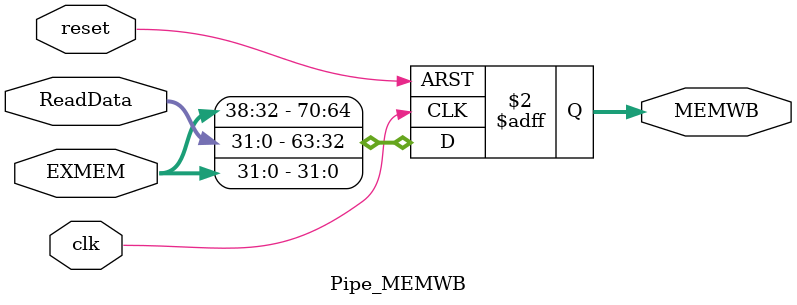
<source format=v>
module Pipe_MEMWB(clk,reset,ReadData,EXMEM,MEMWB);
  input clk,reset;
  input[31:0] ReadData;
  input[38:0] EXMEM; //{EXMEM[70:64],EXMEM[31:0]}
  output reg[70:0] MEMWB;
  always @(posedge clk, posedge reset)
   begin
    if(reset) MEMWB<=71'b0;
    else MEMWB<={EXMEM[38:32],ReadData,EXMEM[31:0]};
   end
 endmodule
</source>
